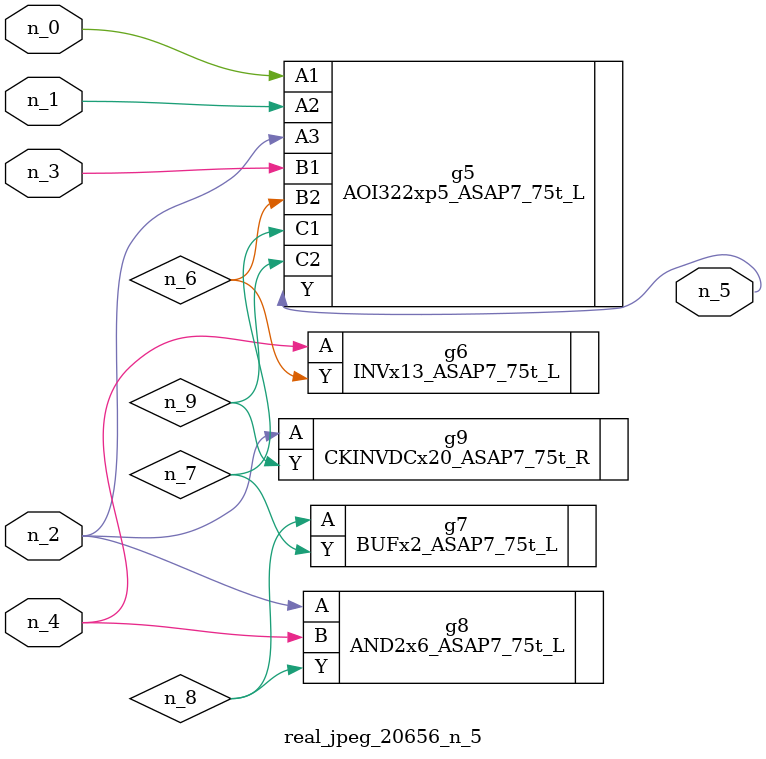
<source format=v>
module real_jpeg_20656_n_5 (n_4, n_0, n_1, n_2, n_3, n_5);

input n_4;
input n_0;
input n_1;
input n_2;
input n_3;

output n_5;

wire n_8;
wire n_6;
wire n_7;
wire n_9;

AOI322xp5_ASAP7_75t_L g5 ( 
.A1(n_0),
.A2(n_1),
.A3(n_2),
.B1(n_3),
.B2(n_6),
.C1(n_7),
.C2(n_9),
.Y(n_5)
);

AND2x6_ASAP7_75t_L g8 ( 
.A(n_2),
.B(n_4),
.Y(n_8)
);

CKINVDCx20_ASAP7_75t_R g9 ( 
.A(n_2),
.Y(n_9)
);

INVx13_ASAP7_75t_L g6 ( 
.A(n_4),
.Y(n_6)
);

BUFx2_ASAP7_75t_L g7 ( 
.A(n_8),
.Y(n_7)
);


endmodule
</source>
